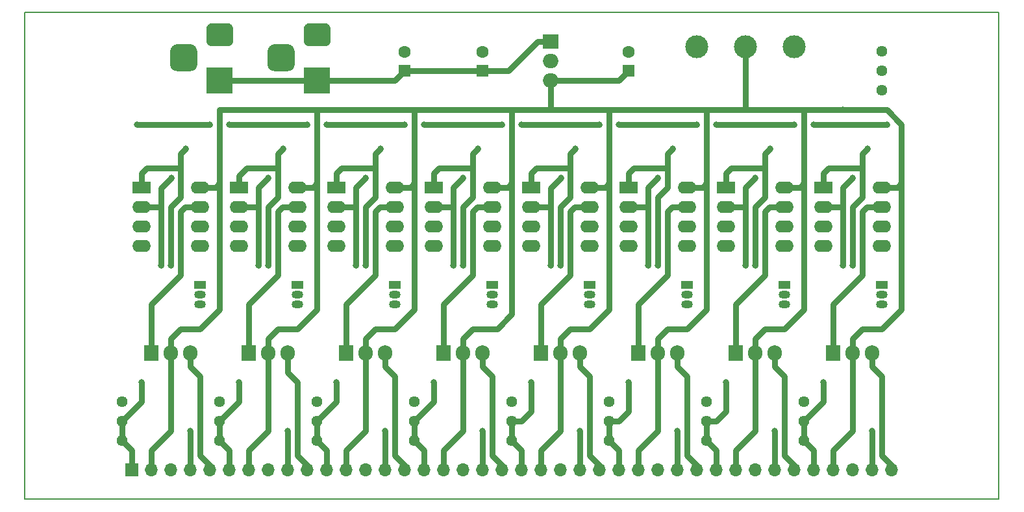
<source format=gbr>
G04 #@! TF.GenerationSoftware,KiCad,Pcbnew,5.1.5+dfsg1-2*
G04 #@! TF.CreationDate,2020-03-03T15:22:14-06:00*
G04 #@! TF.ProjectId,galvanosynth,67616c76-616e-46f7-9379-6e74682e6b69,4.1.1*
G04 #@! TF.SameCoordinates,Original*
G04 #@! TF.FileFunction,Copper,L2,Bot*
G04 #@! TF.FilePolarity,Positive*
%FSLAX46Y46*%
G04 Gerber Fmt 4.6, Leading zero omitted, Abs format (unit mm)*
G04 Created by KiCad (PCBNEW 5.1.5+dfsg1-2) date 2020-03-03 15:22:14*
%MOMM*%
%LPD*%
G04 APERTURE LIST*
%ADD10C,0.150000*%
%ADD11C,1.440000*%
%ADD12C,3.000000*%
%ADD13C,0.100000*%
%ADD14R,3.500000X3.500000*%
%ADD15O,2.400000X1.600000*%
%ADD16R,2.400000X1.600000*%
%ADD17R,1.500000X1.050000*%
%ADD18O,1.500000X1.050000*%
%ADD19O,1.905000X2.000000*%
%ADD20R,1.905000X2.000000*%
%ADD21O,2.000000X1.905000*%
%ADD22R,2.000000X1.905000*%
%ADD23O,1.700000X1.700000*%
%ADD24R,1.700000X1.700000*%
%ADD25C,1.600000*%
%ADD26R,1.600000X1.600000*%
%ADD27C,0.800000*%
%ADD28C,0.762000*%
G04 APERTURE END LIST*
D10*
X50800000Y-127000000D02*
X177800000Y-127000000D01*
X50800000Y-63500000D02*
X177800000Y-63500000D01*
X50800000Y-127000000D02*
X50800000Y-63500000D01*
X177800000Y-127000000D02*
X177800000Y-63500000D01*
D11*
X139700000Y-119380000D03*
X139700000Y-116840000D03*
X139700000Y-114300000D03*
D12*
X151130000Y-67945000D03*
G04 #@! TA.AperFunction,ComponentPad*
D13*
G36*
X85160765Y-67644213D02*
G01*
X85245704Y-67656813D01*
X85328999Y-67677677D01*
X85409848Y-67706605D01*
X85487472Y-67743319D01*
X85561124Y-67787464D01*
X85630094Y-67838616D01*
X85693718Y-67896282D01*
X85751384Y-67959906D01*
X85802536Y-68028876D01*
X85846681Y-68102528D01*
X85883395Y-68180152D01*
X85912323Y-68261001D01*
X85933187Y-68344296D01*
X85945787Y-68429235D01*
X85950000Y-68515000D01*
X85950000Y-70265000D01*
X85945787Y-70350765D01*
X85933187Y-70435704D01*
X85912323Y-70518999D01*
X85883395Y-70599848D01*
X85846681Y-70677472D01*
X85802536Y-70751124D01*
X85751384Y-70820094D01*
X85693718Y-70883718D01*
X85630094Y-70941384D01*
X85561124Y-70992536D01*
X85487472Y-71036681D01*
X85409848Y-71073395D01*
X85328999Y-71102323D01*
X85245704Y-71123187D01*
X85160765Y-71135787D01*
X85075000Y-71140000D01*
X83325000Y-71140000D01*
X83239235Y-71135787D01*
X83154296Y-71123187D01*
X83071001Y-71102323D01*
X82990152Y-71073395D01*
X82912528Y-71036681D01*
X82838876Y-70992536D01*
X82769906Y-70941384D01*
X82706282Y-70883718D01*
X82648616Y-70820094D01*
X82597464Y-70751124D01*
X82553319Y-70677472D01*
X82516605Y-70599848D01*
X82487677Y-70518999D01*
X82466813Y-70435704D01*
X82454213Y-70350765D01*
X82450000Y-70265000D01*
X82450000Y-68515000D01*
X82454213Y-68429235D01*
X82466813Y-68344296D01*
X82487677Y-68261001D01*
X82516605Y-68180152D01*
X82553319Y-68102528D01*
X82597464Y-68028876D01*
X82648616Y-67959906D01*
X82706282Y-67896282D01*
X82769906Y-67838616D01*
X82838876Y-67787464D01*
X82912528Y-67743319D01*
X82990152Y-67706605D01*
X83071001Y-67677677D01*
X83154296Y-67656813D01*
X83239235Y-67644213D01*
X83325000Y-67640000D01*
X85075000Y-67640000D01*
X85160765Y-67644213D01*
G37*
G04 #@! TD.AperFunction*
G04 #@! TA.AperFunction,ComponentPad*
G36*
X89973513Y-64893611D02*
G01*
X90046318Y-64904411D01*
X90117714Y-64922295D01*
X90187013Y-64947090D01*
X90253548Y-64978559D01*
X90316678Y-65016398D01*
X90375795Y-65060242D01*
X90430330Y-65109670D01*
X90479758Y-65164205D01*
X90523602Y-65223322D01*
X90561441Y-65286452D01*
X90592910Y-65352987D01*
X90617705Y-65422286D01*
X90635589Y-65493682D01*
X90646389Y-65566487D01*
X90650000Y-65640000D01*
X90650000Y-67140000D01*
X90646389Y-67213513D01*
X90635589Y-67286318D01*
X90617705Y-67357714D01*
X90592910Y-67427013D01*
X90561441Y-67493548D01*
X90523602Y-67556678D01*
X90479758Y-67615795D01*
X90430330Y-67670330D01*
X90375795Y-67719758D01*
X90316678Y-67763602D01*
X90253548Y-67801441D01*
X90187013Y-67832910D01*
X90117714Y-67857705D01*
X90046318Y-67875589D01*
X89973513Y-67886389D01*
X89900000Y-67890000D01*
X87900000Y-67890000D01*
X87826487Y-67886389D01*
X87753682Y-67875589D01*
X87682286Y-67857705D01*
X87612987Y-67832910D01*
X87546452Y-67801441D01*
X87483322Y-67763602D01*
X87424205Y-67719758D01*
X87369670Y-67670330D01*
X87320242Y-67615795D01*
X87276398Y-67556678D01*
X87238559Y-67493548D01*
X87207090Y-67427013D01*
X87182295Y-67357714D01*
X87164411Y-67286318D01*
X87153611Y-67213513D01*
X87150000Y-67140000D01*
X87150000Y-65640000D01*
X87153611Y-65566487D01*
X87164411Y-65493682D01*
X87182295Y-65422286D01*
X87207090Y-65352987D01*
X87238559Y-65286452D01*
X87276398Y-65223322D01*
X87320242Y-65164205D01*
X87369670Y-65109670D01*
X87424205Y-65060242D01*
X87483322Y-65016398D01*
X87546452Y-64978559D01*
X87612987Y-64947090D01*
X87682286Y-64922295D01*
X87753682Y-64904411D01*
X87826487Y-64893611D01*
X87900000Y-64890000D01*
X89900000Y-64890000D01*
X89973513Y-64893611D01*
G37*
G04 #@! TD.AperFunction*
D14*
X88900000Y-72390000D03*
G04 #@! TA.AperFunction,ComponentPad*
D13*
G36*
X72460765Y-67644213D02*
G01*
X72545704Y-67656813D01*
X72628999Y-67677677D01*
X72709848Y-67706605D01*
X72787472Y-67743319D01*
X72861124Y-67787464D01*
X72930094Y-67838616D01*
X72993718Y-67896282D01*
X73051384Y-67959906D01*
X73102536Y-68028876D01*
X73146681Y-68102528D01*
X73183395Y-68180152D01*
X73212323Y-68261001D01*
X73233187Y-68344296D01*
X73245787Y-68429235D01*
X73250000Y-68515000D01*
X73250000Y-70265000D01*
X73245787Y-70350765D01*
X73233187Y-70435704D01*
X73212323Y-70518999D01*
X73183395Y-70599848D01*
X73146681Y-70677472D01*
X73102536Y-70751124D01*
X73051384Y-70820094D01*
X72993718Y-70883718D01*
X72930094Y-70941384D01*
X72861124Y-70992536D01*
X72787472Y-71036681D01*
X72709848Y-71073395D01*
X72628999Y-71102323D01*
X72545704Y-71123187D01*
X72460765Y-71135787D01*
X72375000Y-71140000D01*
X70625000Y-71140000D01*
X70539235Y-71135787D01*
X70454296Y-71123187D01*
X70371001Y-71102323D01*
X70290152Y-71073395D01*
X70212528Y-71036681D01*
X70138876Y-70992536D01*
X70069906Y-70941384D01*
X70006282Y-70883718D01*
X69948616Y-70820094D01*
X69897464Y-70751124D01*
X69853319Y-70677472D01*
X69816605Y-70599848D01*
X69787677Y-70518999D01*
X69766813Y-70435704D01*
X69754213Y-70350765D01*
X69750000Y-70265000D01*
X69750000Y-68515000D01*
X69754213Y-68429235D01*
X69766813Y-68344296D01*
X69787677Y-68261001D01*
X69816605Y-68180152D01*
X69853319Y-68102528D01*
X69897464Y-68028876D01*
X69948616Y-67959906D01*
X70006282Y-67896282D01*
X70069906Y-67838616D01*
X70138876Y-67787464D01*
X70212528Y-67743319D01*
X70290152Y-67706605D01*
X70371001Y-67677677D01*
X70454296Y-67656813D01*
X70539235Y-67644213D01*
X70625000Y-67640000D01*
X72375000Y-67640000D01*
X72460765Y-67644213D01*
G37*
G04 #@! TD.AperFunction*
G04 #@! TA.AperFunction,ComponentPad*
G36*
X77273513Y-64893611D02*
G01*
X77346318Y-64904411D01*
X77417714Y-64922295D01*
X77487013Y-64947090D01*
X77553548Y-64978559D01*
X77616678Y-65016398D01*
X77675795Y-65060242D01*
X77730330Y-65109670D01*
X77779758Y-65164205D01*
X77823602Y-65223322D01*
X77861441Y-65286452D01*
X77892910Y-65352987D01*
X77917705Y-65422286D01*
X77935589Y-65493682D01*
X77946389Y-65566487D01*
X77950000Y-65640000D01*
X77950000Y-67140000D01*
X77946389Y-67213513D01*
X77935589Y-67286318D01*
X77917705Y-67357714D01*
X77892910Y-67427013D01*
X77861441Y-67493548D01*
X77823602Y-67556678D01*
X77779758Y-67615795D01*
X77730330Y-67670330D01*
X77675795Y-67719758D01*
X77616678Y-67763602D01*
X77553548Y-67801441D01*
X77487013Y-67832910D01*
X77417714Y-67857705D01*
X77346318Y-67875589D01*
X77273513Y-67886389D01*
X77200000Y-67890000D01*
X75200000Y-67890000D01*
X75126487Y-67886389D01*
X75053682Y-67875589D01*
X74982286Y-67857705D01*
X74912987Y-67832910D01*
X74846452Y-67801441D01*
X74783322Y-67763602D01*
X74724205Y-67719758D01*
X74669670Y-67670330D01*
X74620242Y-67615795D01*
X74576398Y-67556678D01*
X74538559Y-67493548D01*
X74507090Y-67427013D01*
X74482295Y-67357714D01*
X74464411Y-67286318D01*
X74453611Y-67213513D01*
X74450000Y-67140000D01*
X74450000Y-65640000D01*
X74453611Y-65566487D01*
X74464411Y-65493682D01*
X74482295Y-65422286D01*
X74507090Y-65352987D01*
X74538559Y-65286452D01*
X74576398Y-65223322D01*
X74620242Y-65164205D01*
X74669670Y-65109670D01*
X74724205Y-65060242D01*
X74783322Y-65016398D01*
X74846452Y-64978559D01*
X74912987Y-64947090D01*
X74982286Y-64922295D01*
X75053682Y-64904411D01*
X75126487Y-64893611D01*
X75200000Y-64890000D01*
X77200000Y-64890000D01*
X77273513Y-64893611D01*
G37*
G04 #@! TD.AperFunction*
D14*
X76200000Y-72390000D03*
D11*
X76200000Y-119380000D03*
X76200000Y-116840000D03*
X76200000Y-114300000D03*
D15*
X111760000Y-86360000D03*
X104140000Y-93980000D03*
X111760000Y-88900000D03*
X104140000Y-91440000D03*
X111760000Y-91440000D03*
X104140000Y-88900000D03*
X111760000Y-93980000D03*
D16*
X104140000Y-86360000D03*
D15*
X99060000Y-86360000D03*
X91440000Y-93980000D03*
X99060000Y-88900000D03*
X91440000Y-91440000D03*
X99060000Y-91440000D03*
X91440000Y-88900000D03*
X99060000Y-93980000D03*
D16*
X91440000Y-86360000D03*
D15*
X124460000Y-86360000D03*
X116840000Y-93980000D03*
X124460000Y-88900000D03*
X116840000Y-91440000D03*
X124460000Y-91440000D03*
X116840000Y-88900000D03*
X124460000Y-93980000D03*
D16*
X116840000Y-86360000D03*
D15*
X162560000Y-86360000D03*
X154940000Y-93980000D03*
X162560000Y-88900000D03*
X154940000Y-91440000D03*
X162560000Y-91440000D03*
X154940000Y-88900000D03*
X162560000Y-93980000D03*
D16*
X154940000Y-86360000D03*
D15*
X149860000Y-86360000D03*
X142240000Y-93980000D03*
X149860000Y-88900000D03*
X142240000Y-91440000D03*
X149860000Y-91440000D03*
X142240000Y-88900000D03*
X149860000Y-93980000D03*
D16*
X142240000Y-86360000D03*
D15*
X137160000Y-86360000D03*
X129540000Y-93980000D03*
X137160000Y-88900000D03*
X129540000Y-91440000D03*
X137160000Y-91440000D03*
X129540000Y-88900000D03*
X137160000Y-93980000D03*
D16*
X129540000Y-86360000D03*
D15*
X86360000Y-86360000D03*
X78740000Y-93980000D03*
X86360000Y-88900000D03*
X78740000Y-91440000D03*
X86360000Y-91440000D03*
X78740000Y-88900000D03*
X86360000Y-93980000D03*
D16*
X78740000Y-86360000D03*
D15*
X73660000Y-86360000D03*
X66040000Y-93980000D03*
X73660000Y-88900000D03*
X66040000Y-91440000D03*
X73660000Y-91440000D03*
X66040000Y-88900000D03*
X73660000Y-93980000D03*
D16*
X66040000Y-86360000D03*
D11*
X101600000Y-119380000D03*
X101600000Y-116840000D03*
X101600000Y-114300000D03*
X88900000Y-119380000D03*
X88900000Y-116840000D03*
X88900000Y-114300000D03*
X114300000Y-119380000D03*
X114300000Y-116840000D03*
X114300000Y-114300000D03*
X152400000Y-119380000D03*
X152400000Y-116840000D03*
X152400000Y-114300000D03*
X127000000Y-119380000D03*
X127000000Y-116840000D03*
X127000000Y-114300000D03*
X63500000Y-119380000D03*
X63500000Y-116840000D03*
X63500000Y-114300000D03*
D17*
X111760000Y-99060000D03*
D18*
X111760000Y-101600000D03*
X111760000Y-100330000D03*
D17*
X99060000Y-99060000D03*
D18*
X99060000Y-101600000D03*
X99060000Y-100330000D03*
D17*
X124460000Y-99060000D03*
D18*
X124460000Y-101600000D03*
X124460000Y-100330000D03*
D17*
X162560000Y-99060000D03*
D18*
X162560000Y-101600000D03*
X162560000Y-100330000D03*
D17*
X149860000Y-99060000D03*
D18*
X149860000Y-101600000D03*
X149860000Y-100330000D03*
D17*
X137160000Y-99060000D03*
D18*
X137160000Y-101600000D03*
X137160000Y-100330000D03*
D17*
X86360000Y-99060000D03*
D18*
X86360000Y-101600000D03*
X86360000Y-100330000D03*
D17*
X73660000Y-99060000D03*
D18*
X73660000Y-101600000D03*
X73660000Y-100330000D03*
D19*
X110490000Y-107950000D03*
X107950000Y-107950000D03*
D20*
X105410000Y-107950000D03*
D19*
X97790000Y-107950000D03*
X95250000Y-107950000D03*
D20*
X92710000Y-107950000D03*
D19*
X123190000Y-107950000D03*
X120650000Y-107950000D03*
D20*
X118110000Y-107950000D03*
D19*
X161290000Y-107950000D03*
X158750000Y-107950000D03*
D20*
X156210000Y-107950000D03*
D19*
X148590000Y-107950000D03*
X146050000Y-107950000D03*
D20*
X143510000Y-107950000D03*
D19*
X135890000Y-107950000D03*
X133350000Y-107950000D03*
D20*
X130810000Y-107950000D03*
D19*
X85090000Y-107950000D03*
X82550000Y-107950000D03*
D20*
X80010000Y-107950000D03*
D19*
X72390000Y-107950000D03*
X69850000Y-107950000D03*
D20*
X67310000Y-107950000D03*
D21*
X119380000Y-72390000D03*
X119380000Y-69850000D03*
D22*
X119380000Y-67310000D03*
D11*
X162560000Y-68580000D03*
X162560000Y-71120000D03*
X162560000Y-73660000D03*
D23*
X163830000Y-123190000D03*
X161290000Y-123190000D03*
X158750000Y-123190000D03*
X156210000Y-123190000D03*
X153670000Y-123190000D03*
X151130000Y-123190000D03*
X148590000Y-123190000D03*
X146050000Y-123190000D03*
X143510000Y-123190000D03*
X140970000Y-123190000D03*
X138430000Y-123190000D03*
X135890000Y-123190000D03*
X133350000Y-123190000D03*
X130810000Y-123190000D03*
X128270000Y-123190000D03*
X125730000Y-123190000D03*
X123190000Y-123190000D03*
X120650000Y-123190000D03*
X118110000Y-123190000D03*
X115570000Y-123190000D03*
X113030000Y-123190000D03*
X110490000Y-123190000D03*
X107950000Y-123190000D03*
X105410000Y-123190000D03*
X102870000Y-123190000D03*
X100330000Y-123190000D03*
X97790000Y-123190000D03*
X95250000Y-123190000D03*
X92710000Y-123190000D03*
X90170000Y-123190000D03*
X87630000Y-123190000D03*
X85090000Y-123190000D03*
X82550000Y-123190000D03*
X80010000Y-123190000D03*
X77470000Y-123190000D03*
X74930000Y-123190000D03*
X72390000Y-123190000D03*
X69850000Y-123190000D03*
X67310000Y-123190000D03*
D24*
X64770000Y-123190000D03*
D12*
X144780000Y-67945000D03*
X138430000Y-67945000D03*
D25*
X129540000Y-68620000D03*
D26*
X129540000Y-71120000D03*
D25*
X110490000Y-68620000D03*
D26*
X110490000Y-71120000D03*
D25*
X100330000Y-68620000D03*
D26*
X100330000Y-71120000D03*
D27*
X157480000Y-76200000D03*
X69850000Y-96520000D03*
X71755000Y-81280000D03*
X82550000Y-96520000D03*
X84455000Y-81280000D03*
X161290000Y-118110000D03*
X154940000Y-111760000D03*
X148590000Y-118110000D03*
X142240000Y-111760000D03*
X135890000Y-118110000D03*
X129540000Y-111760000D03*
X123190000Y-118110000D03*
X116840000Y-111760000D03*
X110490000Y-118110000D03*
X104140000Y-111760000D03*
X97790000Y-118110000D03*
X91440000Y-111760000D03*
X85090000Y-118110000D03*
X78740000Y-111760000D03*
X72390000Y-118110000D03*
X66040000Y-111760000D03*
X95250000Y-96520000D03*
X97155000Y-81280000D03*
X107950000Y-96520000D03*
X109855000Y-81280000D03*
X120650000Y-96520000D03*
X122555000Y-81280000D03*
X133350000Y-96520000D03*
X135255000Y-81280000D03*
X146050000Y-96520000D03*
X147955000Y-81280000D03*
X158750000Y-96520000D03*
X160655000Y-81280000D03*
X77470000Y-78105000D03*
X87630000Y-78105000D03*
X90170000Y-78105000D03*
X100330000Y-78105000D03*
X102870000Y-78105000D03*
X113030000Y-78105000D03*
X115570000Y-78105000D03*
X125730000Y-78105000D03*
X128270000Y-78105000D03*
X138430000Y-78105000D03*
X140970000Y-78105000D03*
X151130000Y-78105000D03*
X153670000Y-78105000D03*
X74930000Y-78105000D03*
X65405000Y-78105000D03*
X163195000Y-78105000D03*
X69893500Y-85090000D03*
X68580000Y-96520000D03*
X81280000Y-96520000D03*
X82550000Y-85090000D03*
X93980000Y-96520000D03*
X95250000Y-85090000D03*
X106680000Y-96520000D03*
X107950000Y-85090000D03*
X119380000Y-96520000D03*
X120693500Y-85090000D03*
X132080000Y-96520000D03*
X133350000Y-85090000D03*
X144780000Y-96520000D03*
X146050000Y-85090000D03*
X157480000Y-96520000D03*
X158750000Y-85090000D03*
D28*
X75622000Y-86360000D02*
X76200000Y-85782000D01*
X73660000Y-86360000D02*
X75622000Y-86360000D01*
X76200000Y-85782000D02*
X76200000Y-76200000D01*
X88322000Y-86360000D02*
X86360000Y-86360000D01*
X88900000Y-85782000D02*
X88322000Y-86360000D01*
X76200000Y-76200000D02*
X88900000Y-76200000D01*
X88900000Y-76200000D02*
X88900000Y-85090000D01*
X101022000Y-86360000D02*
X99060000Y-86360000D01*
X101600000Y-76200000D02*
X101600000Y-85782000D01*
X101600000Y-85782000D02*
X101022000Y-86360000D01*
X88900000Y-76200000D02*
X101600000Y-76200000D01*
X69850000Y-107950000D02*
X69850000Y-106045000D01*
X69850000Y-106045000D02*
X71120000Y-104775000D01*
X71120000Y-104775000D02*
X73660000Y-104775000D01*
X73660000Y-104775000D02*
X76200000Y-102235000D01*
X76200000Y-102235000D02*
X76200000Y-98425000D01*
X76200000Y-98425000D02*
X76200000Y-97790000D01*
X76200000Y-85782000D02*
X76200000Y-97790000D01*
X76200000Y-97790000D02*
X76200000Y-98032000D01*
X95250000Y-107950000D02*
X95250000Y-106045000D01*
X95250000Y-106045000D02*
X96520000Y-104775000D01*
X96520000Y-104775000D02*
X99060000Y-104775000D01*
X99060000Y-104775000D02*
X101600000Y-102235000D01*
X101600000Y-102235000D02*
X101600000Y-85782000D01*
X112395000Y-104775000D02*
X114300000Y-102870000D01*
X101600000Y-76200000D02*
X114300000Y-76200000D01*
X107950000Y-107950000D02*
X107950000Y-106045000D01*
X107950000Y-106045000D02*
X109220000Y-104775000D01*
X109220000Y-104775000D02*
X112395000Y-104775000D01*
X120650000Y-107950000D02*
X120650000Y-106045000D01*
X120650000Y-106045000D02*
X121920000Y-104775000D01*
X121920000Y-104775000D02*
X124460000Y-104775000D01*
X124460000Y-104775000D02*
X127000000Y-102235000D01*
X127000000Y-76200000D02*
X129540000Y-76200000D01*
X127000000Y-85782000D02*
X127000000Y-85090000D01*
X126422000Y-86360000D02*
X127000000Y-85782000D01*
X124460000Y-86360000D02*
X126422000Y-86360000D01*
X127000000Y-102235000D02*
X127000000Y-85090000D01*
X127000000Y-85090000D02*
X127000000Y-76200000D01*
X165100000Y-78105000D02*
X165100000Y-85782000D01*
X164522000Y-86360000D02*
X162560000Y-86360000D01*
X165100000Y-85782000D02*
X164522000Y-86360000D01*
X163195000Y-76200000D02*
X165100000Y-78105000D01*
X165100000Y-85782000D02*
X165100000Y-102235000D01*
X158750000Y-107950000D02*
X158750000Y-106045000D01*
X158750000Y-106045000D02*
X160020000Y-104775000D01*
X160020000Y-104775000D02*
X162560000Y-104775000D01*
X162560000Y-104775000D02*
X165100000Y-102235000D01*
X146050000Y-107950000D02*
X146050000Y-106045000D01*
X146050000Y-106045000D02*
X147320000Y-104775000D01*
X147320000Y-104775000D02*
X149860000Y-104775000D01*
X149860000Y-104775000D02*
X152400000Y-102235000D01*
X133350000Y-107950000D02*
X133350000Y-106045000D01*
X133350000Y-106045000D02*
X134620000Y-104775000D01*
X134620000Y-104775000D02*
X137160000Y-104775000D01*
X137160000Y-104775000D02*
X139700000Y-102235000D01*
X139700000Y-77923118D02*
X139700000Y-76200000D01*
X129540000Y-76200000D02*
X139700000Y-76200000D01*
X114300000Y-85782000D02*
X113722000Y-86360000D01*
X113722000Y-86360000D02*
X111760000Y-86360000D01*
X114300000Y-85090000D02*
X114300000Y-85782000D01*
X114300000Y-85090000D02*
X114300000Y-76200000D01*
X114300000Y-102870000D02*
X114300000Y-85090000D01*
X139700000Y-85782000D02*
X139122000Y-86360000D01*
X139700000Y-85090000D02*
X139700000Y-85782000D01*
X139122000Y-86360000D02*
X137160000Y-86360000D01*
X139700000Y-85090000D02*
X139700000Y-77923118D01*
X139700000Y-102235000D02*
X139700000Y-85090000D01*
X152400000Y-85782000D02*
X151822000Y-86360000D01*
X152400000Y-85090000D02*
X152400000Y-85782000D01*
X151822000Y-86360000D02*
X149860000Y-86360000D01*
X152400000Y-85090000D02*
X152400000Y-76200000D01*
X152400000Y-102235000D02*
X152400000Y-85090000D01*
X88900000Y-102235000D02*
X88900000Y-85725000D01*
X86360000Y-104775000D02*
X88900000Y-102235000D01*
X83820000Y-104775000D02*
X86360000Y-104775000D01*
X82550000Y-106045000D02*
X83820000Y-104775000D01*
X88900000Y-85725000D02*
X88900000Y-85782000D01*
X88900000Y-85090000D02*
X88900000Y-85725000D01*
X82550000Y-107950000D02*
X82550000Y-106045000D01*
X128270000Y-72390000D02*
X129540000Y-71120000D01*
X119380000Y-72390000D02*
X128270000Y-72390000D01*
X119380000Y-72390000D02*
X119380000Y-76200000D01*
X114300000Y-76200000D02*
X119380000Y-76200000D01*
X119380000Y-76200000D02*
X127000000Y-76200000D01*
X144780000Y-67310000D02*
X144780000Y-69431320D01*
X144780000Y-69431320D02*
X144780000Y-76200000D01*
X139700000Y-76200000D02*
X146050000Y-76200000D01*
X146050000Y-76200000D02*
X152400000Y-76200000D01*
X67310000Y-120650000D02*
X69850000Y-118110000D01*
X69850000Y-118110000D02*
X69850000Y-107950000D01*
X82550000Y-118110000D02*
X82550000Y-107950000D01*
X80010000Y-120650000D02*
X82550000Y-118110000D01*
X118110000Y-120650000D02*
X120650000Y-118110000D01*
X120650000Y-118110000D02*
X120650000Y-107950000D01*
X146050000Y-118110000D02*
X146050000Y-107950000D01*
X143510000Y-120650000D02*
X146050000Y-118110000D01*
X130810000Y-120650000D02*
X133350000Y-118110000D01*
X133350000Y-118110000D02*
X133350000Y-107950000D01*
X156210000Y-120650000D02*
X158750000Y-118110000D01*
X158750000Y-118110000D02*
X158750000Y-107950000D01*
X92710000Y-120650000D02*
X95250000Y-118110000D01*
X95250000Y-118110000D02*
X95250000Y-107950000D01*
X152400000Y-76200000D02*
X157480000Y-76200000D01*
X157480000Y-76200000D02*
X163195000Y-76200000D01*
X143510000Y-120650000D02*
X143510000Y-123190000D01*
X156210000Y-120650000D02*
X156210000Y-123190000D01*
X130810000Y-120650000D02*
X130810000Y-123190000D01*
X118110000Y-120650000D02*
X118110000Y-123190000D01*
X107950000Y-118110000D02*
X107950000Y-107950000D01*
X105410000Y-120650000D02*
X107950000Y-118110000D01*
X105410000Y-121920000D02*
X105410000Y-123190000D01*
X105410000Y-120650000D02*
X105410000Y-121920000D01*
X92710000Y-120650000D02*
X92710000Y-123190000D01*
X80010000Y-120650000D02*
X80010000Y-123190000D01*
X67310000Y-120650000D02*
X67310000Y-123190000D01*
X99060000Y-72390000D02*
X100330000Y-71120000D01*
X76200000Y-72390000D02*
X99060000Y-72390000D01*
X100330000Y-71120000D02*
X110490000Y-71120000D01*
X117618000Y-67310000D02*
X113808000Y-71120000D01*
X119380000Y-67310000D02*
X117618000Y-67310000D01*
X113808000Y-71120000D02*
X110490000Y-71120000D01*
X71698000Y-88900000D02*
X73660000Y-88900000D01*
X71120000Y-89478000D02*
X71698000Y-88900000D01*
X71120000Y-97790000D02*
X71120000Y-89478000D01*
X67310000Y-101600000D02*
X71120000Y-97790000D01*
X67310000Y-107950000D02*
X67310000Y-101600000D01*
X66040000Y-86360000D02*
X66040000Y-84455000D01*
X66040000Y-84455000D02*
X66675000Y-83820000D01*
X66675000Y-83820000D02*
X71120000Y-83820000D01*
X71120000Y-83820000D02*
X71120000Y-87630000D01*
X71120000Y-87630000D02*
X69850000Y-88900000D01*
X69850000Y-88900000D02*
X69850000Y-96520000D01*
X71120000Y-83820000D02*
X71120000Y-81915000D01*
X71120000Y-81915000D02*
X71755000Y-81280000D01*
X84398000Y-88900000D02*
X86360000Y-88900000D01*
X83820000Y-89478000D02*
X84398000Y-88900000D01*
X83820000Y-97790000D02*
X83820000Y-89478000D01*
X80010000Y-101600000D02*
X83820000Y-97790000D01*
X80010000Y-107950000D02*
X80010000Y-101600000D01*
X78740000Y-84798000D02*
X79718000Y-83820000D01*
X78740000Y-86360000D02*
X78740000Y-84798000D01*
X83820000Y-83820000D02*
X83820000Y-87630000D01*
X79718000Y-83820000D02*
X83820000Y-83820000D01*
X83820000Y-87630000D02*
X82550000Y-88900000D01*
X82550000Y-88900000D02*
X82550000Y-96520000D01*
X83820000Y-83820000D02*
X83820000Y-81915000D01*
X83820000Y-81915000D02*
X84455000Y-81280000D01*
X162560000Y-121285000D02*
X163830000Y-122555000D01*
X162560000Y-110982000D02*
X162560000Y-121285000D01*
X161290000Y-107950000D02*
X161290000Y-109712000D01*
X161290000Y-109712000D02*
X162560000Y-110982000D01*
X161290000Y-123190000D02*
X161290000Y-118110000D01*
X152400000Y-116840000D02*
X152400000Y-119380000D01*
X153670000Y-120650000D02*
X152400000Y-119380000D01*
X153670000Y-120650000D02*
X153670000Y-123190000D01*
X154940000Y-114300000D02*
X152400000Y-116840000D01*
X154940000Y-111760000D02*
X154940000Y-114300000D01*
X149860000Y-121285000D02*
X151130000Y-122555000D01*
X149860000Y-110982000D02*
X149860000Y-121285000D01*
X148590000Y-107950000D02*
X148590000Y-109712000D01*
X148590000Y-109712000D02*
X149860000Y-110982000D01*
X148590000Y-123190000D02*
X148590000Y-118110000D01*
X139700000Y-119380000D02*
X139700000Y-116840000D01*
X142240000Y-111760000D02*
X142240000Y-115570000D01*
X142240000Y-115570000D02*
X140970000Y-116840000D01*
X140970000Y-116840000D02*
X139700000Y-116840000D01*
X139700000Y-119380000D02*
X140970000Y-120650000D01*
X140970000Y-120650000D02*
X140970000Y-123190000D01*
X137160000Y-121285000D02*
X138430000Y-122555000D01*
X135890000Y-107950000D02*
X135890000Y-109712000D01*
X137160000Y-110982000D02*
X137160000Y-121285000D01*
X135890000Y-109712000D02*
X137160000Y-110982000D01*
X135890000Y-123190000D02*
X135890000Y-118110000D01*
X128270000Y-120650000D02*
X127000000Y-119380000D01*
X127000000Y-116840000D02*
X127000000Y-119380000D01*
X129540000Y-111760000D02*
X129540000Y-115570000D01*
X128270000Y-116840000D02*
X127000000Y-116840000D01*
X129540000Y-115570000D02*
X128270000Y-116840000D01*
X128270000Y-120650000D02*
X128270000Y-123190000D01*
X124460000Y-110982000D02*
X124460000Y-121285000D01*
X123190000Y-107950000D02*
X123190000Y-109712000D01*
X124460000Y-121285000D02*
X125730000Y-122555000D01*
X123190000Y-109712000D02*
X124460000Y-110982000D01*
X123190000Y-123190000D02*
X123190000Y-118110000D01*
X115570000Y-120650000D02*
X114300000Y-119380000D01*
X114300000Y-116840000D02*
X114300000Y-119380000D01*
X116840000Y-111760000D02*
X116840000Y-115570000D01*
X116840000Y-115570000D02*
X115570000Y-116840000D01*
X115570000Y-116840000D02*
X114300000Y-116840000D01*
X115570000Y-120650000D02*
X115570000Y-123190000D01*
X111760000Y-121285000D02*
X113030000Y-122555000D01*
X111760000Y-110982000D02*
X111760000Y-121285000D01*
X110490000Y-107950000D02*
X110490000Y-109712000D01*
X110490000Y-109712000D02*
X111760000Y-110982000D01*
X110490000Y-123190000D02*
X110490000Y-118110000D01*
X102870000Y-120650000D02*
X101600000Y-119380000D01*
X101600000Y-116840000D02*
X101600000Y-119380000D01*
X104140000Y-114300000D02*
X101600000Y-116840000D01*
X104140000Y-111760000D02*
X104140000Y-114300000D01*
X102870000Y-120650000D02*
X102870000Y-123190000D01*
X99060000Y-110982000D02*
X99060000Y-121285000D01*
X99060000Y-121285000D02*
X100330000Y-122555000D01*
X97790000Y-107950000D02*
X97790000Y-109712000D01*
X97790000Y-109712000D02*
X99060000Y-110982000D01*
X97790000Y-123190000D02*
X97790000Y-118110000D01*
X90170000Y-120650000D02*
X88900000Y-119380000D01*
X88900000Y-119380000D02*
X88900000Y-116840000D01*
X91440000Y-114300000D02*
X88900000Y-116840000D01*
X91440000Y-111760000D02*
X91440000Y-114300000D01*
X90170000Y-121920000D02*
X90170000Y-123190000D01*
X90170000Y-120650000D02*
X90170000Y-121920000D01*
X85090000Y-107950000D02*
X85090000Y-110490000D01*
X85090000Y-110490000D02*
X86360000Y-111760000D01*
X86360000Y-111760000D02*
X86360000Y-121285000D01*
X86360000Y-121285000D02*
X87630000Y-122555000D01*
X85090000Y-123190000D02*
X85090000Y-118110000D01*
X76200000Y-116840000D02*
X76200000Y-119380000D01*
X77470000Y-120650000D02*
X76200000Y-119380000D01*
X78740000Y-114300000D02*
X76200000Y-116840000D01*
X78740000Y-111760000D02*
X78740000Y-114300000D01*
X77470000Y-120650000D02*
X77470000Y-123190000D01*
X73660000Y-110982000D02*
X73660000Y-121285000D01*
X73660000Y-121285000D02*
X74930000Y-122555000D01*
X72390000Y-107950000D02*
X72390000Y-109712000D01*
X72390000Y-109712000D02*
X73660000Y-110982000D01*
X72390000Y-123190000D02*
X72390000Y-118110000D01*
X64770000Y-120650000D02*
X63500000Y-119380000D01*
X63500000Y-119380000D02*
X63500000Y-116840000D01*
X66040000Y-114300000D02*
X63500000Y-116840000D01*
X66040000Y-111760000D02*
X66040000Y-114300000D01*
X64770000Y-120650000D02*
X64770000Y-123190000D01*
X96520000Y-97790000D02*
X96520000Y-89478000D01*
X97098000Y-88900000D02*
X99060000Y-88900000D01*
X96520000Y-89478000D02*
X97098000Y-88900000D01*
X92710000Y-101600000D02*
X96520000Y-97790000D01*
X92710000Y-107950000D02*
X92710000Y-101600000D01*
X109220000Y-89478000D02*
X109798000Y-88900000D01*
X109798000Y-88900000D02*
X111760000Y-88900000D01*
X109220000Y-97790000D02*
X109220000Y-89478000D01*
X105410000Y-101600000D02*
X109220000Y-97790000D01*
X105410000Y-107950000D02*
X105410000Y-101600000D01*
X122498000Y-88900000D02*
X124460000Y-88900000D01*
X121920000Y-97790000D02*
X121920000Y-89478000D01*
X121920000Y-89478000D02*
X122498000Y-88900000D01*
X118110000Y-101600000D02*
X121920000Y-97790000D01*
X118110000Y-107950000D02*
X118110000Y-101600000D01*
X135198000Y-88900000D02*
X137160000Y-88900000D01*
X134620000Y-89478000D02*
X135198000Y-88900000D01*
X134620000Y-97790000D02*
X134620000Y-89478000D01*
X130810000Y-101600000D02*
X134620000Y-97790000D01*
X130810000Y-107950000D02*
X130810000Y-101600000D01*
X147898000Y-88900000D02*
X149860000Y-88900000D01*
X143510000Y-101600000D02*
X147320000Y-97790000D01*
X147320000Y-89478000D02*
X147898000Y-88900000D01*
X147320000Y-97790000D02*
X147320000Y-89478000D01*
X143510000Y-107950000D02*
X143510000Y-101600000D01*
X160598000Y-88900000D02*
X162560000Y-88900000D01*
X160020000Y-89478000D02*
X160598000Y-88900000D01*
X160020000Y-97790000D02*
X160020000Y-89478000D01*
X156210000Y-101600000D02*
X160020000Y-97790000D01*
X156210000Y-107950000D02*
X156210000Y-101600000D01*
X91440000Y-86360000D02*
X91440000Y-85090000D01*
X91440000Y-85090000D02*
X91440000Y-84455000D01*
X91440000Y-84455000D02*
X92075000Y-83820000D01*
X96520000Y-83820000D02*
X96520000Y-86360000D01*
X92075000Y-83820000D02*
X96520000Y-83820000D01*
X96520000Y-86360000D02*
X96520000Y-87630000D01*
X96520000Y-87630000D02*
X95250000Y-88900000D01*
X95250000Y-88900000D02*
X95250000Y-96520000D01*
X96520000Y-83820000D02*
X96520000Y-81915000D01*
X96520000Y-81915000D02*
X97155000Y-81280000D01*
X104140000Y-86360000D02*
X104140000Y-85090000D01*
X104140000Y-85090000D02*
X104140000Y-84455000D01*
X104140000Y-84455000D02*
X104775000Y-83820000D01*
X109220000Y-83820000D02*
X109220000Y-87630000D01*
X104775000Y-83820000D02*
X109220000Y-83820000D01*
X109220000Y-87630000D02*
X107950000Y-88900000D01*
X107950000Y-88900000D02*
X107950000Y-96520000D01*
X109220000Y-83820000D02*
X109220000Y-81915000D01*
X109220000Y-81915000D02*
X109855000Y-81280000D01*
X116840000Y-86360000D02*
X116840000Y-85090000D01*
X116840000Y-85090000D02*
X116840000Y-84455000D01*
X116840000Y-84455000D02*
X117475000Y-83820000D01*
X121920000Y-83820000D02*
X121920000Y-87630000D01*
X117475000Y-83820000D02*
X121920000Y-83820000D01*
X121920000Y-87630000D02*
X120650000Y-88900000D01*
X120650000Y-88900000D02*
X120650000Y-96520000D01*
X121920000Y-83820000D02*
X121920000Y-81915000D01*
X121920000Y-81915000D02*
X122555000Y-81280000D01*
X129540000Y-86360000D02*
X129540000Y-84798000D01*
X129540000Y-84798000D02*
X129540000Y-84455000D01*
X129540000Y-84455000D02*
X130175000Y-83820000D01*
X134620000Y-83820000D02*
X134620000Y-86360000D01*
X130175000Y-83820000D02*
X134620000Y-83820000D01*
X134620000Y-86360000D02*
X133350000Y-87630000D01*
X133350000Y-87630000D02*
X133350000Y-96520000D01*
X134620000Y-83820000D02*
X134620000Y-81915000D01*
X134620000Y-81915000D02*
X135255000Y-81280000D01*
X142240000Y-86360000D02*
X142240000Y-84798000D01*
X142240000Y-84798000D02*
X142240000Y-84455000D01*
X142240000Y-84455000D02*
X142875000Y-83820000D01*
X147320000Y-83820000D02*
X147320000Y-87630000D01*
X142875000Y-83820000D02*
X147320000Y-83820000D01*
X147320000Y-87630000D02*
X146050000Y-88900000D01*
X146050000Y-88900000D02*
X146050000Y-96520000D01*
X147320000Y-83820000D02*
X147320000Y-81915000D01*
X147320000Y-81915000D02*
X147955000Y-81280000D01*
X154940000Y-86360000D02*
X154940000Y-84455000D01*
X154940000Y-84455000D02*
X155575000Y-83820000D01*
X160020000Y-83820000D02*
X160020000Y-87630000D01*
X155575000Y-83820000D02*
X160020000Y-83820000D01*
X160020000Y-87630000D02*
X158750000Y-88900000D01*
X158750000Y-88900000D02*
X158750000Y-96520000D01*
X160020000Y-83820000D02*
X160020000Y-81915000D01*
X160020000Y-81915000D02*
X160655000Y-81280000D01*
X77470000Y-78105000D02*
X87630000Y-78105000D01*
X90170000Y-78105000D02*
X100330000Y-78105000D01*
X102870000Y-78105000D02*
X113030000Y-78105000D01*
X115570000Y-78105000D02*
X125730000Y-78105000D01*
X128270000Y-78105000D02*
X138430000Y-78105000D01*
X140970000Y-78105000D02*
X151130000Y-78105000D01*
X74930000Y-78105000D02*
X65405000Y-78105000D01*
X153670000Y-78105000D02*
X163195000Y-78105000D01*
X66040000Y-88900000D02*
X68580000Y-88900000D01*
X68580000Y-87630000D02*
X68580000Y-88900000D01*
X68580000Y-87630000D02*
X68580000Y-86403500D01*
X68580000Y-86403500D02*
X69893500Y-85090000D01*
X68580000Y-96520000D02*
X68580000Y-88900000D01*
X81280000Y-86360000D02*
X82550000Y-85090000D01*
X81280000Y-96520000D02*
X81280000Y-88900000D01*
X78740000Y-88900000D02*
X81280000Y-88900000D01*
X81280000Y-88900000D02*
X81280000Y-86360000D01*
X93980000Y-96520000D02*
X93980000Y-88900000D01*
X91440000Y-88900000D02*
X93980000Y-88900000D01*
X93980000Y-88900000D02*
X93980000Y-86360000D01*
X93980000Y-86360000D02*
X95250000Y-85090000D01*
X106680000Y-86360000D02*
X107950000Y-85090000D01*
X104140000Y-88900000D02*
X106680000Y-88900000D01*
X106680000Y-96520000D02*
X106680000Y-88900000D01*
X106680000Y-88900000D02*
X106680000Y-86360000D01*
X119380000Y-96520000D02*
X119380000Y-88900000D01*
X116840000Y-88900000D02*
X119380000Y-88900000D01*
X119380000Y-88900000D02*
X119380000Y-86403500D01*
X119380000Y-86403500D02*
X120693500Y-85090000D01*
X132080000Y-87630000D02*
X132080000Y-86360000D01*
X132080000Y-86360000D02*
X133350000Y-85090000D01*
X129540000Y-88900000D02*
X132080000Y-88900000D01*
X132080000Y-96520000D02*
X132080000Y-88900000D01*
X132080000Y-88900000D02*
X132080000Y-87630000D01*
X144780000Y-96520000D02*
X144780000Y-88900000D01*
X142240000Y-88900000D02*
X144780000Y-88900000D01*
X144780000Y-88900000D02*
X144780000Y-86360000D01*
X144780000Y-86360000D02*
X146050000Y-85090000D01*
X157480000Y-87630000D02*
X157480000Y-86360000D01*
X157480000Y-86360000D02*
X158750000Y-85090000D01*
X154940000Y-88900000D02*
X157480000Y-88900000D01*
X157480000Y-96520000D02*
X157480000Y-88900000D01*
X157480000Y-88900000D02*
X157480000Y-87630000D01*
M02*

</source>
